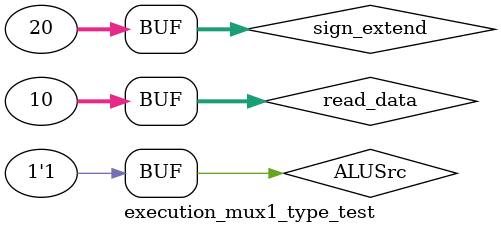
<source format=v>
`timescale 1ns / 1ps


module execution_mux1_type_test;

	// Inputs
	reg [31:0] read_data;
	reg [31:0] sign_extend;
	reg ALUSrc;

	// Outputs
	wire [31:0] result;

	// Instantiate the Unit Under Test (UUT)
	execution_mux1_type uut (
		.read_data(read_data), 
		.sign_extend(sign_extend), 
		.ALUSrc(ALUSrc), 
		.result(result)
	);

	initial begin
		// Initialize Inputs
		read_data = 10;
		sign_extend = 0;
		ALUSrc = 0;

		// Wait 100 ns for global reset to finish
		#100;
		ALUSrc = 1;
		
		#100;
		sign_extend = 20;
        
		// Add stimulus here

	end
      
endmodule


</source>
